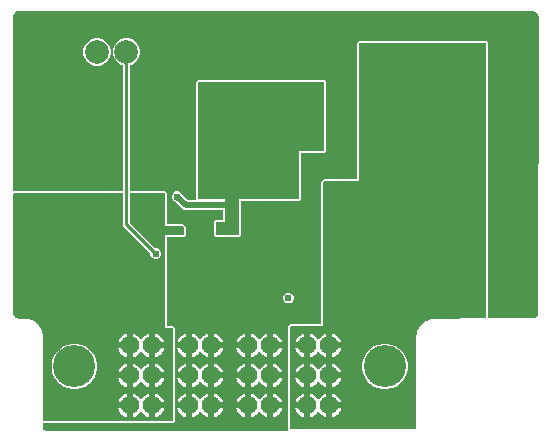
<source format=gbl>
G04*
G04 #@! TF.GenerationSoftware,Altium Limited,Altium Designer,24.5.2 (23)*
G04*
G04 Layer_Physical_Order=4*
G04 Layer_Color=16711680*
%FSLAX25Y25*%
%MOIN*%
G70*
G04*
G04 #@! TF.SameCoordinates,31380466-C734-4E74-93B1-4E6A1FEF37DE*
G04*
G04*
G04 #@! TF.FilePolarity,Positive*
G04*
G01*
G75*
%ADD11C,0.01968*%
%ADD12C,0.01000*%
%ADD45C,0.10000*%
%ADD46C,0.07874*%
%ADD47C,0.14016*%
%ADD48C,0.06142*%
%ADD49C,0.05000*%
%ADD50C,0.02400*%
%ADD51C,0.02800*%
G36*
X74800Y68000D02*
X80760D01*
X81111Y67645D01*
X81085Y65000D01*
X74900D01*
Y33950D01*
X77400D01*
Y3000D01*
X74800D01*
X74700Y2900D01*
X34139D01*
Y31049D01*
X34137Y31061D01*
X34161Y31225D01*
X34142Y31617D01*
X34105Y31763D01*
Y31914D01*
X33952Y32683D01*
X33875Y32869D01*
X33836Y33066D01*
X33536Y33790D01*
X33424Y33957D01*
X33347Y34143D01*
X32912Y34795D01*
X32770Y34937D01*
X32658Y35104D01*
X32104Y35658D01*
X31937Y35770D01*
X31795Y35912D01*
X31143Y36347D01*
X30957Y36424D01*
X30790Y36536D01*
X30066Y36836D01*
X29869Y36875D01*
X29683Y36952D01*
X28914Y37105D01*
X28763D01*
X28616Y37142D01*
X28225Y37161D01*
X28174Y37154D01*
X28124Y37163D01*
X26031D01*
X25653Y37239D01*
X25296Y37387D01*
X24974Y37601D01*
X24701Y37874D01*
X24487Y38195D01*
X24339Y38552D01*
X24264Y38931D01*
Y39124D01*
X24264Y39125D01*
X24264Y39125D01*
X24254Y78646D01*
X24607Y79000D01*
X60878D01*
Y68573D01*
X60878Y68572D01*
X60964Y68143D01*
X61207Y67779D01*
X70000Y58987D01*
Y58415D01*
X70274Y57753D01*
X70780Y57247D01*
X71442Y56973D01*
X72158D01*
X72819Y57247D01*
X73326Y57753D01*
X73600Y58415D01*
Y59131D01*
X73326Y59792D01*
X72819Y60299D01*
X72158Y60573D01*
X71586D01*
X63122Y69037D01*
Y79000D01*
X74800D01*
Y68000D01*
D02*
G37*
G36*
X197199Y139761D02*
X197199Y139761D01*
X197200Y139761D01*
X197413D01*
X197831Y139678D01*
X198225Y139515D01*
X198579Y139278D01*
X198880Y138977D01*
X199117Y138622D01*
X199280Y138228D01*
X199363Y137811D01*
Y137600D01*
X199260Y39030D01*
X199261Y39029D01*
X199260Y39028D01*
Y38858D01*
X199194Y38525D01*
X199064Y38211D01*
X198875Y37928D01*
X198635Y37688D01*
X198353Y37499D01*
X198039Y37369D01*
X197706Y37303D01*
X197536D01*
X197531Y37302D01*
X197526Y37303D01*
X183004Y37231D01*
X182649Y37583D01*
Y129000D01*
X182459Y129459D01*
X182000Y129649D01*
X139500D01*
X139041Y129459D01*
X138851Y129000D01*
Y83549D01*
X127905Y83549D01*
X127905Y83549D01*
X127904Y83549D01*
X127682Y83457D01*
X127446Y83359D01*
X127446Y83359D01*
X127445Y83359D01*
X127092Y83005D01*
X127092Y83005D01*
X127092Y83004D01*
X126993Y82765D01*
X126902Y82546D01*
X126902Y82545D01*
X126902Y82545D01*
X126985Y35803D01*
X126632Y35449D01*
X116854Y35449D01*
X116394Y35259D01*
X116041Y34906D01*
X115851Y34446D01*
Y300D01*
X115931Y107D01*
X115622Y-393D01*
X35840Y-457D01*
X35674D01*
X35345Y-391D01*
X35035Y-263D01*
X34756Y-76D01*
X34519Y161D01*
X34333Y440D01*
X34205Y750D01*
X34139Y1079D01*
Y2251D01*
X74700D01*
X74700Y2251D01*
X74700D01*
X74941Y2351D01*
X77400D01*
X77859Y2541D01*
X78049Y3000D01*
Y33950D01*
X77859Y34409D01*
X77400Y34599D01*
X75549D01*
Y64351D01*
X81085D01*
X81312Y64445D01*
X81540Y64536D01*
X81541Y64539D01*
X81544Y64541D01*
X81638Y64768D01*
X81735Y64994D01*
X81761Y67638D01*
X81760Y67640D01*
X81761Y67642D01*
X81667Y67871D01*
X81575Y68099D01*
X81573Y68100D01*
X81573Y68102D01*
X81221Y68457D01*
X81219Y68458D01*
X81219Y68459D01*
X80990Y68554D01*
X80763Y68649D01*
X80761Y68649D01*
X80760Y68649D01*
X75449D01*
Y79000D01*
X75259Y79459D01*
X74800Y79649D01*
X63122D01*
Y121604D01*
X63751Y121772D01*
X64786Y122370D01*
X65631Y123214D01*
X66228Y124249D01*
X66537Y125403D01*
Y126597D01*
X66228Y127751D01*
X65631Y128786D01*
X64786Y129630D01*
X63751Y130228D01*
X62597Y130537D01*
X61403D01*
X60249Y130228D01*
X59214Y129630D01*
X58369Y128786D01*
X57772Y127751D01*
X57463Y126597D01*
Y125403D01*
X57772Y124249D01*
X58369Y123214D01*
X59214Y122370D01*
X60249Y121772D01*
X60878Y121604D01*
Y79649D01*
X24607D01*
X24607Y79650D01*
X24253Y80044D01*
X24239Y137700D01*
Y137913D01*
X24322Y138331D01*
X24485Y138725D01*
X24722Y139079D01*
X25023Y139380D01*
X25378Y139617D01*
X25771Y139780D01*
X26189Y139863D01*
X26401D01*
X197199Y139761D01*
D02*
G37*
G36*
X182000Y37226D02*
X164690Y37139D01*
X164645Y37130D01*
X164600Y37137D01*
X164208Y37117D01*
X164061Y37081D01*
X163910D01*
X163141Y36928D01*
X162955Y36851D01*
X162759Y36812D01*
X162034Y36512D01*
X161867Y36400D01*
X161681Y36323D01*
X161030Y35888D01*
X160888Y35745D01*
X160721Y35634D01*
X160166Y35080D01*
X160055Y34912D01*
X159913Y34770D01*
X159477Y34119D01*
X159400Y33933D01*
X159288Y33766D01*
X158988Y33042D01*
X158949Y32844D01*
X158872Y32659D01*
X158719Y31890D01*
Y31739D01*
X158683Y31592D01*
X158663Y31200D01*
X158671Y31150D01*
X158661Y31100D01*
Y1407D01*
X158586Y1028D01*
X158438Y671D01*
X158223Y350D01*
X158173Y300D01*
X116500D01*
Y34446D01*
X116854Y34800D01*
X127637Y34800D01*
X127552Y82546D01*
X127905Y82900D01*
X139500Y82900D01*
Y129000D01*
X182000D01*
Y37226D01*
D02*
G37*
%LPC*%
G36*
X69579Y32167D02*
X69008Y32014D01*
X68080Y31478D01*
X67322Y30720D01*
X67128Y30385D01*
X66628D01*
X66435Y30720D01*
X65677Y31478D01*
X64749Y32014D01*
X64178Y32167D01*
Y28220D01*
Y24274D01*
X64749Y24427D01*
X65677Y24963D01*
X66435Y25721D01*
X66628Y26056D01*
X67128D01*
X67322Y25721D01*
X68080Y24963D01*
X69008Y24427D01*
X69579Y24274D01*
Y28220D01*
Y32167D01*
D02*
G37*
G36*
X71579D02*
Y29221D01*
X74526D01*
X74373Y29792D01*
X73837Y30720D01*
X73079Y31478D01*
X72150Y32014D01*
X71579Y32167D01*
D02*
G37*
G36*
X62178D02*
X61606Y32014D01*
X60678Y31478D01*
X59920Y30720D01*
X59384Y29792D01*
X59231Y29221D01*
X62178D01*
Y32167D01*
D02*
G37*
G36*
X74526Y27220D02*
X71579D01*
Y24274D01*
X72150Y24427D01*
X73079Y24963D01*
X73837Y25721D01*
X74373Y26649D01*
X74526Y27220D01*
D02*
G37*
G36*
X62178D02*
X59231D01*
X59384Y26649D01*
X59920Y25721D01*
X60678Y24963D01*
X61606Y24427D01*
X62178Y24274D01*
Y27220D01*
D02*
G37*
G36*
X69579Y22167D02*
X69008Y22014D01*
X68080Y21478D01*
X67322Y20720D01*
X67128Y20385D01*
X66628D01*
X66435Y20720D01*
X65677Y21478D01*
X64749Y22014D01*
X64178Y22167D01*
Y18221D01*
Y14274D01*
X64749Y14427D01*
X65677Y14963D01*
X66435Y15721D01*
X66628Y16056D01*
X67128D01*
X67322Y15721D01*
X68080Y14963D01*
X69008Y14427D01*
X69579Y14274D01*
Y18221D01*
Y22167D01*
D02*
G37*
G36*
X71579D02*
Y19220D01*
X74526D01*
X74373Y19792D01*
X73837Y20720D01*
X73079Y21478D01*
X72150Y22014D01*
X71579Y22167D01*
D02*
G37*
G36*
X62178D02*
X61606Y22014D01*
X60678Y21478D01*
X59920Y20720D01*
X59384Y19792D01*
X59231Y19220D01*
X62178D01*
Y22167D01*
D02*
G37*
G36*
X74526Y17221D02*
X71579D01*
Y14274D01*
X72150Y14427D01*
X73079Y14963D01*
X73837Y15721D01*
X74373Y16649D01*
X74526Y17221D01*
D02*
G37*
G36*
X62178D02*
X59231D01*
X59384Y16649D01*
X59920Y15721D01*
X60678Y14963D01*
X61606Y14427D01*
X62178Y14274D01*
Y17221D01*
D02*
G37*
G36*
X45423Y28820D02*
X43924D01*
X42454Y28528D01*
X41070Y27955D01*
X39824Y27122D01*
X38764Y26062D01*
X37932Y24816D01*
X37358Y23432D01*
X37066Y21962D01*
Y20463D01*
X37358Y18993D01*
X37932Y17609D01*
X38764Y16363D01*
X39824Y15303D01*
X41070Y14471D01*
X42454Y13897D01*
X43924Y13605D01*
X45423D01*
X46893Y13897D01*
X48277Y14471D01*
X49523Y15303D01*
X50583Y16363D01*
X51416Y17609D01*
X51989Y18993D01*
X52281Y20463D01*
Y21962D01*
X51989Y23432D01*
X51416Y24816D01*
X50583Y26062D01*
X49523Y27122D01*
X48277Y27955D01*
X46893Y28528D01*
X45423Y28820D01*
D02*
G37*
G36*
X69579Y12167D02*
X69008Y12014D01*
X68080Y11478D01*
X67322Y10720D01*
X67128Y10385D01*
X66628D01*
X66435Y10720D01*
X65677Y11478D01*
X64749Y12014D01*
X64178Y12167D01*
Y8220D01*
Y4274D01*
X64749Y4427D01*
X65677Y4963D01*
X66435Y5721D01*
X66628Y6056D01*
X67128D01*
X67322Y5721D01*
X68080Y4963D01*
X69008Y4427D01*
X69579Y4274D01*
Y8220D01*
Y12167D01*
D02*
G37*
G36*
X71579D02*
Y9221D01*
X74526D01*
X74373Y9792D01*
X73837Y10720D01*
X73079Y11478D01*
X72150Y12014D01*
X71579Y12167D01*
D02*
G37*
G36*
X62178D02*
X61606Y12014D01*
X60678Y11478D01*
X59920Y10720D01*
X59384Y9792D01*
X59231Y9221D01*
X62178D01*
Y12167D01*
D02*
G37*
G36*
X74526Y7220D02*
X71579D01*
Y4274D01*
X72150Y4427D01*
X73079Y4963D01*
X73837Y5721D01*
X74373Y6649D01*
X74526Y7220D01*
D02*
G37*
G36*
X62178D02*
X59231D01*
X59384Y6649D01*
X59920Y5721D01*
X60678Y4963D01*
X61606Y4427D01*
X62178Y4274D01*
Y7220D01*
D02*
G37*
G36*
X52755Y130537D02*
X51560D01*
X50406Y130228D01*
X49372Y129630D01*
X48527Y128786D01*
X47930Y127751D01*
X47620Y126597D01*
Y125403D01*
X47930Y124249D01*
X48527Y123214D01*
X49372Y122370D01*
X50406Y121772D01*
X51560Y121463D01*
X52755D01*
X53909Y121772D01*
X54943Y122370D01*
X55788Y123214D01*
X56385Y124249D01*
X56695Y125403D01*
Y126597D01*
X56385Y127751D01*
X55788Y128786D01*
X54943Y129630D01*
X53909Y130228D01*
X52755Y130537D01*
D02*
G37*
G36*
X128000Y116649D02*
X86000Y116649D01*
X85541Y116459D01*
X85351Y116000D01*
Y77000D01*
X85093Y76615D01*
X82454D01*
X80533Y78536D01*
X80431Y78782D01*
X79925Y79289D01*
X79263Y79563D01*
X78547D01*
X77886Y79289D01*
X77379Y78782D01*
X77105Y78121D01*
Y77405D01*
X77379Y76743D01*
X77886Y76237D01*
X78531Y75969D01*
X80643Y73858D01*
X81167Y73508D01*
X81785Y73385D01*
X94351D01*
Y70149D01*
X92000D01*
X91541Y69959D01*
X91351Y69500D01*
Y65000D01*
X91541Y64541D01*
X92000Y64351D01*
X99500D01*
X99959Y64541D01*
X100149Y65000D01*
Y76351D01*
X119500D01*
X119959Y76541D01*
X120149Y77000D01*
Y92351D01*
X128000D01*
X128459Y92541D01*
X128649Y93000D01*
Y116000D01*
X128459Y116459D01*
X128000Y116649D01*
D02*
G37*
G36*
X116358Y45800D02*
X115642D01*
X114980Y45526D01*
X114474Y45020D01*
X114200Y44358D01*
Y43642D01*
X114474Y42980D01*
X114980Y42474D01*
X115642Y42200D01*
X116358D01*
X117020Y42474D01*
X117526Y42980D01*
X117800Y43642D01*
Y44358D01*
X117526Y45020D01*
X117020Y45526D01*
X116358Y45800D01*
D02*
G37*
G36*
X108949Y32167D02*
X108378Y32014D01*
X107450Y31478D01*
X106692Y30720D01*
X106498Y30385D01*
X105998D01*
X105805Y30720D01*
X105047Y31478D01*
X104119Y32014D01*
X103548Y32167D01*
Y28220D01*
Y24274D01*
X104119Y24427D01*
X105047Y24963D01*
X105805Y25721D01*
X105998Y26056D01*
X106498D01*
X106692Y25721D01*
X107450Y24963D01*
X108378Y24427D01*
X108949Y24274D01*
Y28220D01*
Y32167D01*
D02*
G37*
G36*
X89264D02*
X88693Y32014D01*
X87765Y31478D01*
X87007Y30720D01*
X86813Y30385D01*
X86313D01*
X86120Y30720D01*
X85362Y31478D01*
X84434Y32014D01*
X83863Y32167D01*
Y28220D01*
Y24274D01*
X84434Y24427D01*
X85362Y24963D01*
X86120Y25721D01*
X86313Y26056D01*
X86813D01*
X87007Y25721D01*
X87765Y24963D01*
X88693Y24427D01*
X89264Y24274D01*
Y28220D01*
Y32167D01*
D02*
G37*
G36*
X110949D02*
Y29221D01*
X113896D01*
X113743Y29792D01*
X113207Y30720D01*
X112449Y31478D01*
X111521Y32014D01*
X110949Y32167D01*
D02*
G37*
G36*
X101548D02*
X100976Y32014D01*
X100048Y31478D01*
X99290Y30720D01*
X98754Y29792D01*
X98601Y29221D01*
X101548D01*
Y32167D01*
D02*
G37*
G36*
X91264D02*
Y29221D01*
X94211D01*
X94058Y29792D01*
X93522Y30720D01*
X92764Y31478D01*
X91835Y32014D01*
X91264Y32167D01*
D02*
G37*
G36*
X81863D02*
X81291Y32014D01*
X80363Y31478D01*
X79605Y30720D01*
X79069Y29792D01*
X78916Y29221D01*
X81863D01*
Y32167D01*
D02*
G37*
G36*
X113896Y27220D02*
X110949D01*
Y24274D01*
X111521Y24427D01*
X112449Y24963D01*
X113207Y25721D01*
X113743Y26649D01*
X113896Y27220D01*
D02*
G37*
G36*
X101548D02*
X98601D01*
X98754Y26649D01*
X99290Y25721D01*
X100048Y24963D01*
X100976Y24427D01*
X101548Y24274D01*
Y27220D01*
D02*
G37*
G36*
X94211D02*
X91264D01*
Y24274D01*
X91835Y24427D01*
X92764Y24963D01*
X93522Y25721D01*
X94058Y26649D01*
X94211Y27220D01*
D02*
G37*
G36*
X81863D02*
X78916D01*
X79069Y26649D01*
X79605Y25721D01*
X80363Y24963D01*
X81291Y24427D01*
X81863Y24274D01*
Y27220D01*
D02*
G37*
G36*
X108949Y22167D02*
X108378Y22014D01*
X107450Y21478D01*
X106692Y20720D01*
X106498Y20385D01*
X105998D01*
X105805Y20720D01*
X105047Y21478D01*
X104119Y22014D01*
X103548Y22167D01*
Y18221D01*
Y14274D01*
X104119Y14427D01*
X105047Y14963D01*
X105805Y15721D01*
X105998Y16056D01*
X106498D01*
X106692Y15721D01*
X107450Y14963D01*
X108378Y14427D01*
X108949Y14274D01*
Y18221D01*
Y22167D01*
D02*
G37*
G36*
X89264D02*
X88693Y22014D01*
X87765Y21478D01*
X87007Y20720D01*
X86813Y20385D01*
X86313D01*
X86120Y20720D01*
X85362Y21478D01*
X84434Y22014D01*
X83863Y22167D01*
Y18221D01*
Y14274D01*
X84434Y14427D01*
X85362Y14963D01*
X86120Y15721D01*
X86313Y16056D01*
X86813D01*
X87007Y15721D01*
X87765Y14963D01*
X88693Y14427D01*
X89264Y14274D01*
Y18221D01*
Y22167D01*
D02*
G37*
G36*
X110949D02*
Y19220D01*
X113896D01*
X113743Y19792D01*
X113207Y20720D01*
X112449Y21478D01*
X111521Y22014D01*
X110949Y22167D01*
D02*
G37*
G36*
X101548D02*
X100976Y22014D01*
X100048Y21478D01*
X99290Y20720D01*
X98754Y19792D01*
X98601Y19220D01*
X101548D01*
Y22167D01*
D02*
G37*
G36*
X91264D02*
Y19220D01*
X94211D01*
X94058Y19792D01*
X93522Y20720D01*
X92764Y21478D01*
X91835Y22014D01*
X91264Y22167D01*
D02*
G37*
G36*
X81863D02*
X81291Y22014D01*
X80363Y21478D01*
X79605Y20720D01*
X79069Y19792D01*
X78916Y19220D01*
X81863D01*
Y22167D01*
D02*
G37*
G36*
X113896Y17221D02*
X110949D01*
Y14274D01*
X111521Y14427D01*
X112449Y14963D01*
X113207Y15721D01*
X113743Y16649D01*
X113896Y17221D01*
D02*
G37*
G36*
X101548D02*
X98601D01*
X98754Y16649D01*
X99290Y15721D01*
X100048Y14963D01*
X100976Y14427D01*
X101548Y14274D01*
Y17221D01*
D02*
G37*
G36*
X94211D02*
X91264D01*
Y14274D01*
X91835Y14427D01*
X92764Y14963D01*
X93522Y15721D01*
X94058Y16649D01*
X94211Y17221D01*
D02*
G37*
G36*
X81863D02*
X78916D01*
X79069Y16649D01*
X79605Y15721D01*
X80363Y14963D01*
X81291Y14427D01*
X81863Y14274D01*
Y17221D01*
D02*
G37*
G36*
X108949Y12167D02*
X108378Y12014D01*
X107450Y11478D01*
X106692Y10720D01*
X106498Y10385D01*
X105998D01*
X105805Y10720D01*
X105047Y11478D01*
X104119Y12014D01*
X103548Y12167D01*
Y8220D01*
Y4274D01*
X104119Y4427D01*
X105047Y4963D01*
X105805Y5721D01*
X105998Y6056D01*
X106498D01*
X106692Y5721D01*
X107450Y4963D01*
X108378Y4427D01*
X108949Y4274D01*
Y8220D01*
Y12167D01*
D02*
G37*
G36*
X89264D02*
X88693Y12014D01*
X87765Y11478D01*
X87007Y10720D01*
X86813Y10385D01*
X86313D01*
X86120Y10720D01*
X85362Y11478D01*
X84434Y12014D01*
X83863Y12167D01*
Y8220D01*
Y4274D01*
X84434Y4427D01*
X85362Y4963D01*
X86120Y5721D01*
X86313Y6056D01*
X86813D01*
X87007Y5721D01*
X87765Y4963D01*
X88693Y4427D01*
X89264Y4274D01*
Y8220D01*
Y12167D01*
D02*
G37*
G36*
X110949D02*
Y9221D01*
X113896D01*
X113743Y9792D01*
X113207Y10720D01*
X112449Y11478D01*
X111521Y12014D01*
X110949Y12167D01*
D02*
G37*
G36*
X101548D02*
X100976Y12014D01*
X100048Y11478D01*
X99290Y10720D01*
X98754Y9792D01*
X98601Y9221D01*
X101548D01*
Y12167D01*
D02*
G37*
G36*
X91264D02*
Y9221D01*
X94211D01*
X94058Y9792D01*
X93522Y10720D01*
X92764Y11478D01*
X91835Y12014D01*
X91264Y12167D01*
D02*
G37*
G36*
X81863D02*
X81291Y12014D01*
X80363Y11478D01*
X79605Y10720D01*
X79069Y9792D01*
X78916Y9221D01*
X81863D01*
Y12167D01*
D02*
G37*
G36*
X113896Y7220D02*
X110949D01*
Y4274D01*
X111521Y4427D01*
X112449Y4963D01*
X113207Y5721D01*
X113743Y6649D01*
X113896Y7220D01*
D02*
G37*
G36*
X101548D02*
X98601D01*
X98754Y6649D01*
X99290Y5721D01*
X100048Y4963D01*
X100976Y4427D01*
X101548Y4274D01*
Y7220D01*
D02*
G37*
G36*
X94211D02*
X91264D01*
Y4274D01*
X91835Y4427D01*
X92764Y4963D01*
X93522Y5721D01*
X94058Y6649D01*
X94211Y7220D01*
D02*
G37*
G36*
X81863D02*
X78916D01*
X79069Y6649D01*
X79605Y5721D01*
X80363Y4963D01*
X81291Y4427D01*
X81863Y4274D01*
Y7220D01*
D02*
G37*
%LPD*%
G36*
X128000Y93000D02*
X119500D01*
Y77000D01*
X99500D01*
Y65000D01*
X92000D01*
Y69500D01*
X95000D01*
Y77000D01*
X86000D01*
Y116000D01*
X128000Y116000D01*
Y93000D01*
D02*
G37*
%LPC*%
G36*
X128634Y32167D02*
X128063Y32014D01*
X127135Y31478D01*
X126377Y30720D01*
X126183Y30385D01*
X125683D01*
X125490Y30720D01*
X124732Y31478D01*
X123804Y32014D01*
X123233Y32167D01*
Y28220D01*
Y24274D01*
X123804Y24427D01*
X124732Y24963D01*
X125490Y25721D01*
X125683Y26056D01*
X126183D01*
X126377Y25721D01*
X127135Y24963D01*
X128063Y24427D01*
X128634Y24274D01*
Y28220D01*
Y32167D01*
D02*
G37*
G36*
X130634D02*
Y29221D01*
X133581D01*
X133428Y29792D01*
X132892Y30720D01*
X132134Y31478D01*
X131205Y32014D01*
X130634Y32167D01*
D02*
G37*
G36*
X121233D02*
X120661Y32014D01*
X119733Y31478D01*
X118975Y30720D01*
X118439Y29792D01*
X118286Y29221D01*
X121233D01*
Y32167D01*
D02*
G37*
G36*
X133581Y27220D02*
X130634D01*
Y24274D01*
X131205Y24427D01*
X132134Y24963D01*
X132892Y25721D01*
X133428Y26649D01*
X133581Y27220D01*
D02*
G37*
G36*
X121233D02*
X118286D01*
X118439Y26649D01*
X118975Y25721D01*
X119733Y24963D01*
X120661Y24427D01*
X121233Y24274D01*
Y27220D01*
D02*
G37*
G36*
X128634Y22167D02*
X128063Y22014D01*
X127135Y21478D01*
X126377Y20720D01*
X126183Y20385D01*
X125683D01*
X125490Y20720D01*
X124732Y21478D01*
X123804Y22014D01*
X123233Y22167D01*
Y18221D01*
Y14274D01*
X123804Y14427D01*
X124732Y14963D01*
X125490Y15721D01*
X125683Y16056D01*
X126183D01*
X126377Y15721D01*
X127135Y14963D01*
X128063Y14427D01*
X128634Y14274D01*
Y18221D01*
Y22167D01*
D02*
G37*
G36*
X130634D02*
Y19220D01*
X133581D01*
X133428Y19792D01*
X132892Y20720D01*
X132134Y21478D01*
X131205Y22014D01*
X130634Y22167D01*
D02*
G37*
G36*
X121233D02*
X120661Y22014D01*
X119733Y21478D01*
X118975Y20720D01*
X118439Y19792D01*
X118286Y19220D01*
X121233D01*
Y22167D01*
D02*
G37*
G36*
X133581Y17221D02*
X130634D01*
Y14274D01*
X131205Y14427D01*
X132134Y14963D01*
X132892Y15721D01*
X133428Y16649D01*
X133581Y17221D01*
D02*
G37*
G36*
X121233D02*
X118286D01*
X118439Y16649D01*
X118975Y15721D01*
X119733Y14963D01*
X120661Y14427D01*
X121233Y14274D01*
Y17221D01*
D02*
G37*
G36*
X148888Y28820D02*
X147389D01*
X145919Y28528D01*
X144535Y27955D01*
X143289Y27122D01*
X142229Y26062D01*
X141396Y24816D01*
X140823Y23432D01*
X140530Y21962D01*
Y20463D01*
X140823Y18993D01*
X141396Y17609D01*
X142229Y16363D01*
X143289Y15303D01*
X144535Y14471D01*
X145919Y13897D01*
X147389Y13605D01*
X148888D01*
X150357Y13897D01*
X151742Y14471D01*
X152988Y15303D01*
X154048Y16363D01*
X154880Y17609D01*
X155454Y18993D01*
X155746Y20463D01*
Y21962D01*
X155454Y23432D01*
X154880Y24816D01*
X154048Y26062D01*
X152988Y27122D01*
X151742Y27955D01*
X150357Y28528D01*
X148888Y28820D01*
D02*
G37*
G36*
X128634Y12167D02*
X128063Y12014D01*
X127135Y11478D01*
X126377Y10720D01*
X126183Y10385D01*
X125683D01*
X125490Y10720D01*
X124732Y11478D01*
X123804Y12014D01*
X123233Y12167D01*
Y8220D01*
Y4274D01*
X123804Y4427D01*
X124732Y4963D01*
X125490Y5721D01*
X125683Y6056D01*
X126183D01*
X126377Y5721D01*
X127135Y4963D01*
X128063Y4427D01*
X128634Y4274D01*
Y8220D01*
Y12167D01*
D02*
G37*
G36*
X130634D02*
Y9221D01*
X133581D01*
X133428Y9792D01*
X132892Y10720D01*
X132134Y11478D01*
X131205Y12014D01*
X130634Y12167D01*
D02*
G37*
G36*
X121233D02*
X120661Y12014D01*
X119733Y11478D01*
X118975Y10720D01*
X118439Y9792D01*
X118286Y9221D01*
X121233D01*
Y12167D01*
D02*
G37*
G36*
X133581Y7220D02*
X130634D01*
Y4274D01*
X131205Y4427D01*
X132134Y4963D01*
X132892Y5721D01*
X133428Y6649D01*
X133581Y7220D01*
D02*
G37*
G36*
X121233D02*
X118286D01*
X118439Y6649D01*
X118975Y5721D01*
X119733Y4963D01*
X120661Y4427D01*
X121233Y4274D01*
Y7220D01*
D02*
G37*
%LPD*%
D11*
X81785Y75000D02*
X97000D01*
X79022Y77763D02*
X81785Y75000D01*
X78905Y77763D02*
X79022D01*
D12*
X62000Y68572D02*
Y126000D01*
Y68572D02*
X71800Y58773D01*
D45*
X51000Y102000D02*
D03*
X102500Y122500D02*
D03*
X160000Y43100D02*
D03*
X32500Y47500D02*
D03*
D46*
X52157Y126000D02*
D03*
X62000D02*
D03*
X71842D02*
D03*
D47*
X148138Y21213D02*
D03*
X44674D02*
D03*
D48*
X70579Y8220D02*
D03*
X63178D02*
D03*
X70579Y18221D02*
D03*
X63178D02*
D03*
X70579Y28220D02*
D03*
X63178D02*
D03*
X129634Y8220D02*
D03*
X122233D02*
D03*
X129634Y18221D02*
D03*
X122233D02*
D03*
X129634Y28220D02*
D03*
X122233D02*
D03*
X109949Y8220D02*
D03*
X102548D02*
D03*
X109949Y18221D02*
D03*
X102548D02*
D03*
X109949Y28220D02*
D03*
X102548D02*
D03*
X90264Y8220D02*
D03*
X82863D02*
D03*
X90264Y18221D02*
D03*
X82863D02*
D03*
X90264Y28220D02*
D03*
X82863D02*
D03*
D49*
X192250Y127500D02*
D03*
Y52500D02*
D03*
X186000Y40000D02*
D03*
X129750Y127500D02*
D03*
X136000Y115000D02*
D03*
Y90000D02*
D03*
X117250Y127500D02*
D03*
X123500Y65000D02*
D03*
X111000Y40000D02*
D03*
X92250Y127500D02*
D03*
X98500Y40000D02*
D03*
X79750Y127500D02*
D03*
X73500Y115000D02*
D03*
X67250Y102500D02*
D03*
X73500Y90000D02*
D03*
X42250Y127500D02*
D03*
X48500Y115000D02*
D03*
X29750Y127500D02*
D03*
X36000Y115000D02*
D03*
X62000Y62000D02*
D03*
X92000Y81000D02*
D03*
X196000Y122000D02*
D03*
Y110000D02*
D03*
Y81000D02*
D03*
Y95000D02*
D03*
X190803Y45025D02*
D03*
X190546Y63894D02*
D03*
X175000Y42500D02*
D03*
Y57500D02*
D03*
X160000Y120000D02*
D03*
X145000D02*
D03*
X150000Y5000D02*
D03*
X140000D02*
D03*
X52500Y7500D02*
D03*
X40000D02*
D03*
X62500Y37500D02*
D03*
X47500D02*
D03*
X32500Y62500D02*
D03*
X47500D02*
D03*
Y50000D02*
D03*
X62500D02*
D03*
X145000Y105000D02*
D03*
X160000Y90000D02*
D03*
X145000D02*
D03*
X160000Y72500D02*
D03*
Y57500D02*
D03*
X145000Y72500D02*
D03*
Y57500D02*
D03*
Y40000D02*
D03*
X114000Y82000D02*
D03*
X103000Y81000D02*
D03*
Y111000D02*
D03*
D50*
X78905Y77763D02*
D03*
X71800Y58773D02*
D03*
X116000Y44000D02*
D03*
X97000Y75000D02*
D03*
D51*
X89231Y59400D02*
D03*
X84341D02*
D03*
X89231Y63400D02*
D03*
X84341D02*
D03*
X89231Y67400D02*
D03*
X84341D02*
D03*
M02*

</source>
